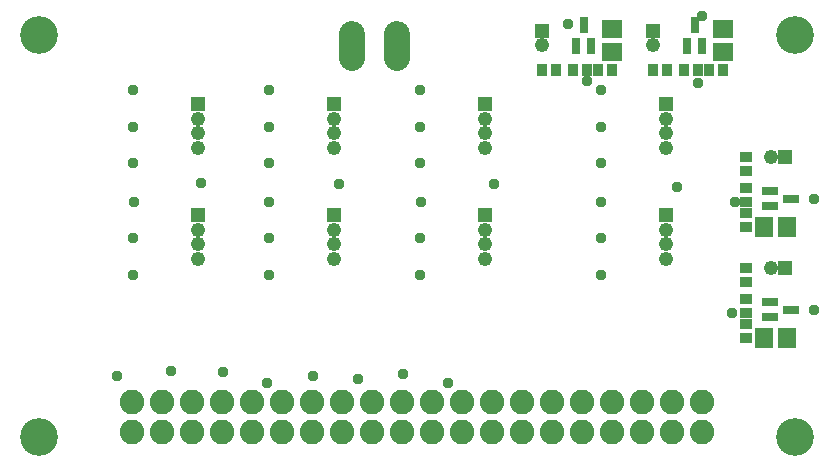
<source format=gbr>
G04 EAGLE Gerber RS-274X export*
G75*
%MOMM*%
%FSLAX34Y34*%
%LPD*%
%INSoldermask Top*%
%IPPOS*%
%AMOC8*
5,1,8,0,0,1.08239X$1,22.5*%
G01*
%ADD10C,3.203200*%
%ADD11C,2.082800*%
%ADD12R,1.219200X1.219200*%
%ADD13C,1.219200*%
%ADD14C,2.203200*%
%ADD15R,0.660400X1.371600*%
%ADD16R,0.903200X1.003200*%
%ADD17R,1.703200X1.503200*%
%ADD18R,1.371600X0.660400*%
%ADD19R,1.003200X0.903200*%
%ADD20R,1.503200X1.703200*%
%ADD21C,0.959600*%


D10*
X30000Y370000D03*
X670000Y370000D03*
X670000Y30000D03*
X30000Y30000D03*
D11*
X109000Y34100D03*
X134400Y34100D03*
X159800Y34100D03*
X185200Y34100D03*
X210600Y34100D03*
X236000Y34100D03*
X261400Y34100D03*
X286800Y34100D03*
X312200Y34100D03*
X337600Y34100D03*
X363000Y34100D03*
X388400Y34100D03*
X413800Y34100D03*
X413800Y59500D03*
X388400Y59500D03*
X363000Y59500D03*
X337600Y59500D03*
X312200Y59500D03*
X286800Y59500D03*
X261400Y59500D03*
X236000Y59500D03*
X210600Y59500D03*
X185200Y59500D03*
X159800Y59500D03*
X134400Y59500D03*
X109000Y59500D03*
X439200Y34100D03*
X439200Y59500D03*
X464600Y34100D03*
X464600Y59500D03*
X490000Y34100D03*
X490000Y59500D03*
X515400Y34100D03*
X515400Y59500D03*
X540800Y34100D03*
X540800Y59500D03*
X566200Y34100D03*
X566200Y59500D03*
X591600Y34100D03*
X591600Y59500D03*
D12*
X165000Y312059D03*
D13*
X165000Y299613D03*
X165000Y287167D03*
X165000Y274467D03*
D12*
X165000Y218000D03*
D13*
X165000Y205554D03*
X165000Y193108D03*
X165000Y180408D03*
D12*
X280000Y312059D03*
D13*
X280000Y299613D03*
X280000Y287167D03*
X280000Y274467D03*
D12*
X280000Y218000D03*
D13*
X280000Y205554D03*
X280000Y193108D03*
X280000Y180408D03*
D12*
X408000Y312059D03*
D13*
X408000Y299613D03*
X408000Y287167D03*
X408000Y274467D03*
D12*
X408000Y218000D03*
D13*
X408000Y205554D03*
X408000Y193108D03*
X408000Y180408D03*
D12*
X561000Y312059D03*
D13*
X561000Y299613D03*
X561000Y287167D03*
X561000Y274467D03*
D12*
X561000Y218000D03*
D13*
X561000Y205554D03*
X561000Y193108D03*
X561000Y180408D03*
D14*
X333000Y351000D02*
X333000Y371000D01*
X294900Y371000D02*
X294900Y351000D01*
D15*
X484800Y361037D03*
X497800Y361037D03*
X491300Y378563D03*
D16*
X456000Y341000D03*
X468000Y341000D03*
D17*
X515200Y356100D03*
X515200Y375100D03*
D16*
X515400Y341000D03*
X503400Y341000D03*
X482000Y341000D03*
X494000Y341000D03*
D12*
X456000Y374000D03*
D13*
X456000Y361554D03*
D15*
X578800Y361037D03*
X591800Y361037D03*
X585300Y378563D03*
D16*
X550000Y341000D03*
X562000Y341000D03*
D17*
X609200Y356100D03*
X609200Y375100D03*
D16*
X609400Y341000D03*
X597400Y341000D03*
X576000Y341000D03*
X588000Y341000D03*
D12*
X550000Y374000D03*
D13*
X550000Y361554D03*
D18*
X649037Y238200D03*
X649037Y225200D03*
X666563Y231700D03*
D19*
X629000Y267000D03*
X629000Y255000D03*
D20*
X644100Y207800D03*
X663100Y207800D03*
D19*
X629000Y207600D03*
X629000Y219600D03*
X629000Y241000D03*
X629000Y229000D03*
D12*
X662000Y267000D03*
D13*
X649554Y267000D03*
D18*
X649037Y144200D03*
X649037Y131200D03*
X666563Y137700D03*
D19*
X629000Y173000D03*
X629000Y161000D03*
D20*
X644100Y113800D03*
X663100Y113800D03*
D19*
X629000Y113600D03*
X629000Y125600D03*
X629000Y147000D03*
X629000Y135000D03*
D12*
X662000Y173000D03*
D13*
X649554Y173000D03*
D21*
X110000Y323681D03*
X96000Y82000D03*
X110000Y292682D03*
X110000Y261683D03*
X110100Y229123D03*
X142000Y86000D03*
X110000Y198124D03*
X110000Y167124D03*
X225000Y323681D03*
X186000Y85000D03*
X225000Y292682D03*
X225000Y261683D03*
X225100Y229123D03*
X223000Y76000D03*
X225000Y198124D03*
X225000Y167124D03*
X353000Y323681D03*
X262000Y82000D03*
X353000Y292682D03*
X353000Y261683D03*
X353100Y229123D03*
X300000Y79000D03*
X353000Y198124D03*
X353000Y167124D03*
X506000Y323681D03*
X338000Y83000D03*
X506000Y292682D03*
X506000Y261683D03*
X506100Y229123D03*
X376000Y76000D03*
X506000Y198124D03*
X506000Y167124D03*
X167000Y245000D03*
X284000Y244000D03*
X415000Y244000D03*
X570000Y242000D03*
X686000Y137600D03*
X686000Y231700D03*
X591000Y386058D03*
X478000Y380000D03*
X494000Y331000D03*
X588000Y330000D03*
X619000Y229000D03*
X617000Y135000D03*
M02*

</source>
